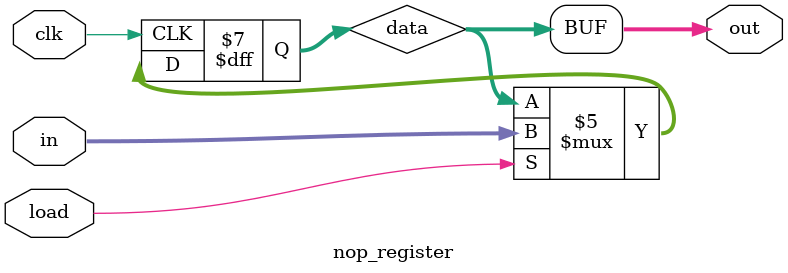
<source format=sv>
module nop_register #(parameter width = 16)
(
    input clk,
    input load,
    input [width-1:0] in,
    output logic [width-1:0] out
);

logic [width-1:0] data;

/* Altera device registers are 0 at power on. Specify this
 * so that Modelsim works as expected.
 */
initial
begin
    data = 1'b1;
end

always_ff @(posedge clk)
begin
    if (load)
    begin
        data = in;
    end
end

always_comb
begin
    out = data;
end

endmodule : nop_register

</source>
